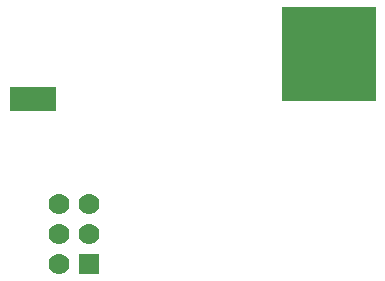
<source format=gbs>
G04 #@! TF.FileFunction,Soldermask,Bot*
%FSLAX46Y46*%
G04 Gerber Fmt 4.6, Leading zero omitted, Abs format (unit mm)*
G04 Created by KiCad (PCBNEW 0.201505222246+5678~23~ubuntu14.04.1-product) date dom 24 may 2015 19:31:24 CEST*
%MOMM*%
G01*
G04 APERTURE LIST*
%ADD10C,0.101600*%
%ADD11R,1.778000X1.778000*%
%ADD12C,1.778000*%
%ADD13R,8.001000X8.001000*%
%ADD14R,4.000500X1.998980*%
G04 APERTURE END LIST*
D10*
D11*
X146685000Y-112395000D03*
D12*
X144145000Y-112395000D03*
X146685000Y-109855000D03*
X144145000Y-109855000D03*
X146685000Y-107315000D03*
X144145000Y-107315000D03*
D13*
X167005000Y-94615000D03*
D14*
X141935200Y-98425000D03*
M02*

</source>
